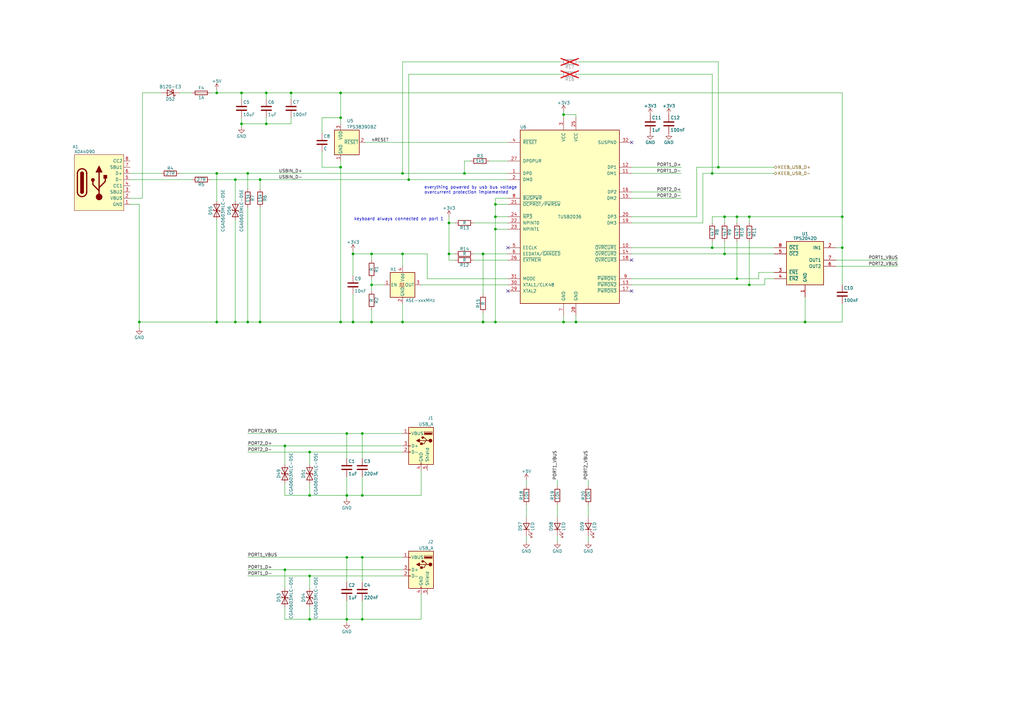
<source format=kicad_sch>
(kicad_sch (version 20231120) (generator "eeschema") (generator_version "8.0")
  (paper "A3")
  (lib_symbols
    (symbol "Connector:USB_A" (pin_names (offset 1.016))
      (property "Reference" "J" (at -5.08 11.43 0))
      (property "Value" "USB_A" (at -5.08 8.89 0))
      (symbol "USB_A_0_1"
        (rectangle (start -5.08 -7.62) (end 5.08 7.62) (stroke (width 0.254)) (fill (type background)))
        (circle (center -3.81 2.159) (radius 0.635) (stroke (width 0.254)) (fill (type outline)))
        (rectangle (start -1.524 4.826) (end -4.318 5.334) (fill (type outline)))
        (rectangle (start -1.27 4.572) (end -4.572 5.842))
        (circle (center -0.635 3.429) (radius 0.381) (stroke (width 0.254)) (fill (type outline)))
        (rectangle (start -0.127 -7.62) (end 0.127 -6.858))
        (polyline (pts (xy -3.175 2.159) (xy -2.54 2.159) (xy -1.27 3.429) (xy -0.635 3.429)) (stroke (width 0.254)))
        (polyline (pts (xy -2.54 2.159) (xy -1.905 2.159) (xy -1.27 0.889) (xy 0 0.889)) (stroke (width 0.254)))
        (polyline (pts (xy 0.635 2.794) (xy 0.635 1.524) (xy 1.905 2.159) (xy 0.635 2.794)) (stroke (width 0.254)) (fill (type outline)))
        (rectangle (start 0.254 1.27) (end -0.508 0.508) (stroke (width 0.254)) (fill (type outline)))
        (rectangle (start 5.08 -2.667) (end 4.318 -2.413))
        (rectangle (start 5.08 -0.127) (end 4.318 0.127))
        (rectangle (start 5.08 4.953) (end 4.318 5.207))
      )
      (symbol "USB_A_1_1"
        (polyline (pts (xy -1.905 2.159) (xy 0.635 2.159)) (stroke (width 0.254)))
        (pin power_in line (at 7.62 5.08 180) (length 2.54) (name "VBUS") (number "1"))
        (pin bidirectional line (at 7.62 -2.54 180) (length 2.54) (name "D-") (number "2"))
        (pin bidirectional line (at 7.62 0 180) (length 2.54) (name "D+") (number "3"))
        (pin power_in line (at 0 -10.16 90) (length 2.54) (name "GND") (number "4"))
        (pin passive line (at -2.54 -10.16 90) (length 2.54) (name "Shield") (number "5"))
      )
    )
    (symbol "Device:C" (pin_numbers hide) (pin_names (offset 0.254))
      (property "Reference" "C" (at 0.635 2.54 0))
      (property "Value" "C" (at 0.635 -2.54 0))
      (symbol "C_0_1"
        (polyline (pts (xy -2.032 -0.762) (xy 2.032 -0.762)) (stroke (width 0.508)))
        (polyline (pts (xy -2.032 0.762) (xy 2.032 0.762)) (stroke (width 0.508)))
      )
      (symbol "C_1_1"
        (pin passive line (at 0 3.81 270) (length 2.794) (name "~") (number "1"))
        (pin passive line (at 0 -3.81 90) (length 2.794) (name "~") (number "2"))
      )
    )
    (symbol "Device:D_TVS" (pin_numbers hide) (pin_names (offset 1.016) hide)
      (property "Reference" "D" (at 0 2.54 0))
      (property "Value" "D_TVS" (at 0 -2.54 0))
      (symbol "D_TVS_0_1"
        (polyline (pts (xy 1.27 0) (xy -1.27 0)))
        (polyline (pts (xy 0.508 1.27) (xy 0 1.27) (xy 0 -1.27) (xy -0.508 -1.27)) (stroke (width 0.254)))
        (polyline (pts (xy -2.54 1.27) (xy -2.54 -1.27) (xy 2.54 1.27) (xy 2.54 -1.27) (xy -2.54 1.27)) (stroke (width 0.254)))
      )
      (symbol "D_TVS_1_1"
        (pin passive line (at -3.81 0 0) (length 2.54) (name "A1") (number "1"))
        (pin passive line (at 3.81 0 180) (length 2.54) (name "A2") (number "2"))
      )
    )
    (symbol "Device:Fuse" (pin_numbers hide) (pin_names (offset 0))
      (property "Reference" "F" (at 2.032 0 90))
      (property "Value" "Fuse" (at -1.905 0 90))
      (symbol "Fuse_0_1"
        (rectangle (start -0.762 -2.54) (end 0.762 2.54) (stroke (width 0.254)))
        (polyline (pts (xy 0 2.54) (xy 0 -2.54)))
      )
      (symbol "Fuse_1_1"
        (pin passive line (at 0 3.81 270) (length 1.27) (name "~") (number "1"))
        (pin passive line (at 0 -3.81 90) (length 1.27) (name "~") (number "2"))
      )
    )
    (symbol "Device:LED" (pin_numbers hide) (pin_names (offset 1.016) hide)
      (property "Reference" "D" (at 0 2.54 0))
      (property "Value" "LED" (at 0 -2.54 0))
      (symbol "LED_0_1"
        (polyline (pts (xy -1.27 -1.27) (xy -1.27 1.27)) (stroke (width 0.254)))
        (polyline (pts (xy -1.27 0) (xy 1.27 0)))
        (polyline (pts (xy 1.27 -1.27) (xy 1.27 1.27) (xy -1.27 0) (xy 1.27 -1.27)) (stroke (width 0.254)))
        (polyline (pts (xy -3.048 -0.762) (xy -4.572 -2.286) (xy -3.81 -2.286) (xy -4.572 -2.286) (xy -4.572 -1.524)))
        (polyline (pts (xy -1.778 -0.762) (xy -3.302 -2.286) (xy -2.54 -2.286) (xy -3.302 -2.286) (xy -3.302 -1.524)))
      )
      (symbol "LED_1_1"
        (pin passive line (at -3.81 0 0) (length 2.54) (name "K") (number "1"))
        (pin passive line (at 3.81 0 180) (length 2.54) (name "A") (number "2"))
      )
    )
    (symbol "Device:R" (pin_numbers hide) (pin_names (offset 0))
      (property "Reference" "R" (at 2.032 0 90))
      (property "Value" "R" (at 0 0 90))
      (symbol "R_0_1"
        (rectangle (start -1.016 -2.54) (end 1.016 2.54) (stroke (width 0.254)))
      )
      (symbol "R_1_1"
        (pin passive line (at 0 3.81 270) (length 1.27) (name "~") (number "1"))
        (pin passive line (at 0 -3.81 90) (length 1.27) (name "~") (number "2"))
      )
    )
    (symbol "Diode:B120-E3" (pin_numbers hide) (pin_names hide)
      (property "Reference" "D" (at 0 2.54 0))
      (property "Value" "B120-E3" (at 0 -2.54 0))
      (symbol "B120-E3_0_1"
        (polyline (pts (xy 1.27 0) (xy -1.27 0)))
        (polyline (pts (xy 1.27 1.27) (xy 1.27 -1.27) (xy -1.27 0) (xy 1.27 1.27)) (stroke (width 0.254)))
        (polyline (pts (xy -1.905 0.635) (xy -1.905 1.27) (xy -1.27 1.27) (xy -1.27 -1.27) (xy -0.635 -1.27) (xy -0.635 -0.635)) (stroke (width 0.254)))
      )
      (symbol "B120-E3_1_1"
        (pin passive line (at -3.81 0 0) (length 2.54) (name "K") (number "1"))
        (pin passive line (at 3.81 0 180) (length 2.54) (name "A") (number "2"))
      )
    )
    (symbol "Interface_USB:TUSB2036" (pin_names (offset 1.016))
      (property "Reference" "U" (at -19.05 36.83 0))
      (property "Value" "TUSB2036" (at 0 0 0))
      (symbol "TUSB2036_0_1"
        (rectangle (start -20.32 35.56) (end 20.32 -35.56) (stroke (width 0.254)) (fill (type background)))
      )
      (symbol "TUSB2036_1_1"
        (pin bidirectional line (at -25.4 17.78 0) (length 5.08) (name "DP0") (number "1"))
        (pin input line (at 25.4 -12.7 180) (length 5.08) (name "~{OVRCUR1}") (number "10"))
        (pin bidirectional line (at 25.4 17.78 180) (length 5.08) (name "DM1") (number "11"))
        (pin bidirectional line (at 25.4 20.32 180) (length 5.08) (name "DP1") (number "12"))
        (pin output line (at 25.4 -27.94 180) (length 5.08) (name "~{PWRON2}") (number "13"))
        (pin input line (at 25.4 -15.24 180) (length 5.08) (name "~{OVRCUR2}") (number "14"))
        (pin bidirectional line (at 25.4 7.62 180) (length 5.08) (name "DM2") (number "15"))
        (pin bidirectional line (at 25.4 10.16 180) (length 5.08) (name "DP2") (number "16"))
        (pin output line (at 25.4 -30.48 180) (length 5.08) (name "~{PWRON3}") (number "17"))
        (pin input line (at 25.4 -17.78 180) (length 5.08) (name "~{OVRCUR3}") (number "18"))
        (pin bidirectional line (at 25.4 -2.54 180) (length 5.08) (name "DM3") (number "19"))
        (pin bidirectional line (at -25.4 15.24 0) (length 5.08) (name "DM0") (number "2"))
        (pin bidirectional line (at 25.4 0 180) (length 5.08) (name "DP3") (number "20"))
        (pin input line (at -25.4 5.08 0) (length 5.08) (name "~{OCPROT}/~{PWRSW}") (number "21"))
        (pin input line (at -25.4 -2.54 0) (length 5.08) (name "NPINT0") (number "22"))
        (pin input line (at -25.4 -5.08 0) (length 5.08) (name "NPINT1") (number "23"))
        (pin input line (at -25.4 0 0) (length 5.08) (name "~{NP3}") (number "24"))
        (pin power_in line (at 2.54 40.64 270) (length 5.08) (name "VCC") (number "25"))
        (pin input line (at -25.4 -17.78 0) (length 5.08) (name "~{EXTMEM}") (number "26"))
        (pin output line (at -25.4 22.86 0) (length 5.08) (name "DP0PUR") (number "27"))
        (pin power_in line (at 2.54 -40.64 90) (length 5.08) (name "GND") (number "28"))
        (pin output line (at -25.4 -30.48 0) (length 5.08) (name "XTAL2") (number "29"))
        (pin power_in line (at -2.54 40.64 270) (length 5.08) (name "VCC") (number "3"))
        (pin input line (at -25.4 -27.94 0) (length 5.08) (name "XTAL1/CLK48") (number "30"))
        (pin input line (at -25.4 -25.4 0) (length 5.08) (name "MODE") (number "31"))
        (pin output line (at 25.4 30.48 180) (length 5.08) (name "SUSPND") (number "32"))
        (pin input line (at -25.4 30.48 0) (length 5.08) (name "~{RESET}") (number "4"))
        (pin tri_state line (at -25.4 -12.7 0) (length 5.08) (name "EECLK") (number "5"))
        (pin bidirectional line (at -25.4 -15.24 0) (length 5.08) (name "EEDATA/~{GANGED}") (number "6"))
        (pin power_in line (at -2.54 -40.64 90) (length 5.08) (name "GND") (number "7"))
        (pin input line (at -25.4 7.62 0) (length 5.08) (name "~{BUSPWR}") (number "8"))
        (pin output line (at 25.4 -25.4 180) (length 5.08) (name "~{PWRON1}") (number "9"))
      )
    )
    (symbol "Oscillator:ASE-xxxMHz" (pin_names (offset 0.254))
      (property "Reference" "X" (at -5.08 6.35 0))
      (property "Value" "ASE-xxxMHz" (at 1.27 -6.35 0))
      (symbol "ASE-xxxMHz_0_1"
        (rectangle (start -5.08 5.08) (end 5.08 -5.08) (stroke (width 0.254)) (fill (type background)))
        (polyline (pts (xy -1.27 -0.762) (xy -1.016 -0.762) (xy -1.016 0.762) (xy -0.508 0.762) (xy -0.508 -0.762) (xy 0 -0.762) (xy 0 0.762) (xy 0.508 0.762) (xy 0.508 -0.762) (xy 0.762 -0.762)))
      )
      (symbol "ASE-xxxMHz_1_1"
        (pin input line (at -7.62 0 0) (length 2.54) (name "EN") (number "1"))
        (pin power_in line (at 0 -7.62 90) (length 2.54) (name "GND") (number "2"))
        (pin output line (at 7.62 0 180) (length 2.54) (name "OUT") (number "3"))
        (pin power_in line (at 0 7.62 270) (length 2.54) (name "Vdd") (number "4"))
      )
    )
    (symbol "Power_Management:TPS2042D" (pin_names (offset 1.016))
      (property "Reference" "U" (at 0 10.795 0))
      (property "Value" "TPS2042D" (at 0 8.89 0))
      (symbol "TPS2042D_0_1"
        (rectangle (start -7.62 7.62) (end 7.62 -10.16) (stroke (width 0.254)) (fill (type background)))
      )
      (symbol "TPS2042D_1_1"
        (pin power_in line (at 0 -15.24 90) (length 5.08) (name "GND") (number "1"))
        (pin power_in line (at 12.7 5.08 180) (length 5.08) (name "IN1") (number "2"))
        (pin input line (at -12.7 -5.08 0) (length 5.08) (name "~{EN1}") (number "3"))
        (pin input line (at -12.7 -7.62 0) (length 5.08) (name "~{EN2}") (number "4"))
        (pin open_collector line (at -12.7 2.54 0) (length 5.08) (name "~{OC2}") (number "5"))
        (pin power_out line (at 12.7 -2.54 180) (length 5.08) (name "OUT2") (number "6"))
        (pin power_out line (at 12.7 0 180) (length 5.08) (name "OUT1") (number "7"))
        (pin open_collector line (at -12.7 5.08 0) (length 5.08) (name "~{OC1}") (number "8"))
      )
    )
    (symbol "Power_Supervisor:TPS3839DBZ" (pin_names (offset 0.254))
      (property "Reference" "U" (at 2.54 8.89 0))
      (property "Value" "TPS3839DBZ" (at 2.54 6.35 0))
      (symbol "TPS3839DBZ_0_1"
        (rectangle (start -2.54 5.08) (end 7.62 -5.08) (stroke (width 0.254)) (fill (type background)))
      )
      (symbol "TPS3839DBZ_1_1"
        (pin power_in line (at 0 -7.62 90) (length 2.54) (name "GND") (number "1"))
        (pin output line (at 10.16 0 180) (length 2.54) (name "~{RESET}") (number "2"))
        (pin power_in line (at 0 7.62 270) (length 2.54) (name "VDD") (number "3"))
      )
    )
    (symbol "mk_keeb:USB_C_Breakout"
      (property "Reference" "A" (at -19.812 5.842 0))
      (property "Value" "ADA4090" (at -20.32 3.81 0))
      (symbol "USB_C_Breakout_0_1"
        (arc (start -19.05 -12.7) (mid -17.145 -14.5966) (end -15.24 -12.7) (stroke (width 0.508)))
        (arc (start -17.78 -12.7) (mid -17.145 -13.3322) (end -16.51 -12.7) (stroke (width 0.254)))
        (arc (start -17.78 -12.7) (mid -17.145 -13.3322) (end -16.51 -12.7) (stroke (width 0.254)) (fill (type outline)))
        (rectangle (start -17.78 -12.7) (end -16.51 -5.08) (stroke (width 0.254)) (fill (type outline)))
        (arc (start -16.51 -5.08) (mid -17.145 -4.4478) (end -17.78 -5.08) (stroke (width 0.254)))
        (arc (start -16.51 -5.08) (mid -17.145 -4.4478) (end -17.78 -5.08) (stroke (width 0.254)) (fill (type outline)))
        (arc (start -15.24 -5.08) (mid -17.145 -3.1834) (end -19.05 -5.08) (stroke (width 0.508)))
        (circle (center -12.7 -7.747) (radius 0.635) (stroke (width 0.254)) (fill (type outline)))
        (circle (center -10.16 -14.732) (radius 1.27) (fill (type outline)))
        (rectangle (start -8.255 -7.112) (end -6.985 -5.842) (stroke (width 0.254)) (fill (type outline)))
        (polyline (pts (xy -19.05 -12.7) (xy -19.05 -5.08)) (stroke (width 0.508)))
        (polyline (pts (xy -15.24 -5.08) (xy -15.24 -12.7)) (stroke (width 0.508)))
        (polyline (pts (xy -10.16 -14.732) (xy -10.16 -4.572)) (stroke (width 0.508)))
        (polyline (pts (xy -10.16 -12.192) (xy -12.7 -9.652) (xy -12.7 -8.382)) (stroke (width 0.508)))
        (polyline (pts (xy -10.16 -10.922) (xy -7.62 -8.382) (xy -7.62 -7.112)) (stroke (width 0.508)))
        (polyline (pts (xy -11.43 -4.572) (xy -10.16 -2.032) (xy -8.89 -4.572) (xy -11.43 -4.572)) (stroke (width 0.254)) (fill (type outline)))
      )
      (symbol "USB_C_Breakout_1_1"
        (rectangle (start -20.32 2.54) (end 0 -20.32) (fill (type background)))
        (pin passive line (at 2.54 -17.78 180) (length 2.54) (name "GND") (number "1"))
        (pin passive line (at 2.54 -15.24 180) (length 2.54) (name "VBUS") (number "2"))
        (pin passive line (at 2.54 -12.7 180) (length 2.54) (name "SBU2") (number "3"))
        (pin passive line (at 2.54 -10.16 180) (length 2.54) (name "CC1") (number "4"))
        (pin passive line (at 2.54 -7.62 180) (length 2.54) (name "D-") (number "5"))
        (pin passive line (at 2.54 -5.08 180) (length 2.54) (name "D+") (number "6"))
        (pin passive line (at 2.54 -2.54 180) (length 2.54) (name "SBU1") (number "7"))
        (pin passive line (at 2.54 0 180) (length 2.54) (name "CC2") (number "8"))
      )
    )
    (symbol "power:+3V3" (power) (pin_names (offset 0))
      (property "Value" "+3V3" (at 0 3.556 0))
      (symbol "+3V3_0_1"
        (polyline (pts (xy -0.762 1.27) (xy 0 2.54)))
        (polyline (pts (xy 0 0) (xy 0 2.54)))
        (polyline (pts (xy 0 2.54) (xy 0.762 1.27)))
      )
      (symbol "+3V3_1_1"
        (pin power_in line (at 0 0 90) (length 0) hide (name "+3V3") (number "1"))
      )
    )
    (symbol "power:+5V" (power) (pin_names (offset 0))
      (property "Value" "+5V" (at 0 3.556 0))
      (symbol "+5V_0_1"
        (polyline (pts (xy -0.762 1.27) (xy 0 2.54)))
        (polyline (pts (xy 0 0) (xy 0 2.54)))
        (polyline (pts (xy 0 2.54) (xy 0.762 1.27)))
      )
      (symbol "+5V_1_1"
        (pin power_in line (at 0 0 90) (length 0) hide (name "+5V") (number "1"))
      )
    )
    (symbol "power:GND" (power) (pin_names (offset 0))
      (property "Value" "GND" (at 0 -3.81 0))
      (symbol "GND_0_1"
        (polyline (pts (xy 0 0) (xy 0 -1.27) (xy 1.27 -1.27) (xy 0 -2.54) (xy -1.27 -1.27) (xy 0 -1.27)))
      )
      (symbol "GND_1_1"
        (pin power_in line (at 0 0 270) (length 0) hide (name "GND") (number "1"))
      )
    )
  )
  (junction (at 165.1 71.12))
  (junction (at 142.24 203.2))
  (junction (at 127 236.22))
  (junction (at 198.12 132.08))
  (junction (at 144.78 132.08))
  (junction (at 88.9 132.08))
  (junction (at 119.38 38.1))
  (junction (at 109.22 50.8))
  (junction (at 297.18 88.9))
  (junction (at 198.12 104.14))
  (junction (at 152.4 104.14))
  (junction (at 231.14 132.08))
  (junction (at 142.24 228.6))
  (junction (at 203.2 93.98))
  (junction (at 307.34 116.84))
  (junction (at 184.15 104.14))
  (junction (at 203.2 88.9))
  (junction (at 231.14 46.99))
  (junction (at 302.26 114.3))
  (junction (at 127 185.42))
  (junction (at 101.6 132.08))
  (junction (at 88.9 71.12))
  (junction (at 345.44 88.9))
  (junction (at 148.59 228.6))
  (junction (at 307.34 88.9))
  (junction (at 152.4 132.08))
  (junction (at 167.64 73.66))
  (junction (at 106.68 132.08))
  (junction (at 106.68 73.66))
  (junction (at 294.64 68.58))
  (junction (at 142.24 177.8))
  (junction (at 139.7 38.1))
  (junction (at 144.78 104.14))
  (junction (at 190.5 71.12))
  (junction (at 101.6 71.12))
  (junction (at 345.44 101.6))
  (junction (at 127 203.2))
  (junction (at 148.59 203.2))
  (junction (at 184.15 91.44))
  (junction (at 302.26 88.9))
  (junction (at 165.1 104.14))
  (junction (at 292.1 101.6))
  (junction (at 88.9 38.1))
  (junction (at 330.2 132.08))
  (junction (at 139.7 132.08))
  (junction (at 99.06 50.8))
  (junction (at 292.1 71.12))
  (junction (at 127 254))
  (junction (at 57.15 132.08))
  (junction (at 116.84 233.68))
  (junction (at 96.52 73.66))
  (junction (at 139.7 68.58))
  (junction (at 203.2 83.82))
  (junction (at 116.84 182.88))
  (junction (at 152.4 116.84))
  (junction (at 236.22 132.08))
  (junction (at 148.59 254))
  (junction (at 165.1 132.08))
  (junction (at 96.52 132.08))
  (junction (at 99.06 38.1))
  (junction (at 142.24 254))
  (junction (at 148.59 177.8))
  (junction (at 203.2 132.08))
  (junction (at 109.22 38.1))
  (junction (at 297.18 104.14))
  (junction (at 139.7 48.26))
  (no_connect (at 259.08 119.38))
  (no_connect (at 208.28 101.6))
  (no_connect (at 208.28 119.38))
  (no_connect (at 259.08 106.68))
  (no_connect (at 259.08 58.42))
  (wire (pts (xy 288.29 91.44) (xy 288.29 71.12)))
  (wire (pts (xy 144.78 113.03) (xy 144.78 104.14)))
  (wire (pts (xy 96.52 73.66) (xy 106.68 73.66)))
  (wire (pts (xy 184.15 106.68) (xy 184.15 104.14)))
  (wire (pts (xy 175.26 114.3) (xy 175.26 104.14)))
  (wire (pts (xy 172.72 254) (xy 172.72 243.84)))
  (wire (pts (xy 198.12 104.14) (xy 198.12 120.65)))
  (wire (pts (xy 237.49 30.48) (xy 292.1 30.48)))
  (wire (pts (xy 292.1 88.9) (xy 297.18 88.9)))
  (wire (pts (xy 101.6 236.22) (xy 127 236.22)))
  (wire (pts (xy 144.78 120.65) (xy 144.78 132.08)))
  (wire (pts (xy 142.24 228.6) (xy 148.59 228.6)))
  (wire (pts (xy 144.78 132.08) (xy 152.4 132.08)))
  (wire (pts (xy 88.9 90.17) (xy 88.9 132.08)))
  (wire (pts (xy 101.6 185.42) (xy 127 185.42)))
  (wire (pts (xy 139.7 68.58) (xy 139.7 132.08)))
  (wire (pts (xy 132.08 62.23) (xy 132.08 68.58)))
  (wire (pts (xy 73.66 71.12) (xy 88.9 71.12)))
  (wire (pts (xy 119.38 48.26) (xy 119.38 50.8)))
  (wire (pts (xy 231.14 45.72) (xy 231.14 46.99)))
  (wire (pts (xy 142.24 177.8) (xy 142.24 187.96)))
  (wire (pts (xy 198.12 132.08) (xy 203.2 132.08)))
  (wire (pts (xy 96.52 90.17) (xy 96.52 132.08)))
  (wire (pts (xy 109.22 48.26) (xy 109.22 50.8)))
  (wire (pts (xy 127 236.22) (xy 127 241.3)))
  (wire (pts (xy 297.18 99.06) (xy 297.18 104.14)))
  (wire (pts (xy 292.1 30.48) (xy 292.1 71.12)))
  (wire (pts (xy 236.22 132.08) (xy 231.14 132.08)))
  (wire (pts (xy 302.26 99.06) (xy 302.26 114.3)))
  (wire (pts (xy 132.08 54.61) (xy 132.08 48.26)))
  (wire (pts (xy 228.6 222.25) (xy 228.6 219.71)))
  (wire (pts (xy 184.15 104.14) (xy 184.15 91.44)))
  (wire (pts (xy 88.9 132.08) (xy 96.52 132.08)))
  (wire (pts (xy 228.6 207.01) (xy 228.6 212.09)))
  (wire (pts (xy 142.24 177.8) (xy 148.59 177.8)))
  (wire (pts (xy 99.06 38.1) (xy 99.06 40.64)))
  (wire (pts (xy 345.44 132.08) (xy 330.2 132.08)))
  (wire (pts (xy 167.64 73.66) (xy 208.28 73.66)))
  (wire (pts (xy 228.6 196.85) (xy 228.6 199.39)))
  (wire (pts (xy 208.28 81.28) (xy 203.2 81.28)))
  (wire (pts (xy 241.3 196.85) (xy 241.3 199.39)))
  (wire (pts (xy 165.1 71.12) (xy 165.1 25.4)))
  (wire (pts (xy 142.24 228.6) (xy 142.24 238.76)))
  (wire (pts (xy 203.2 83.82) (xy 203.2 88.9)))
  (wire (pts (xy 152.4 132.08) (xy 165.1 132.08)))
  (wire (pts (xy 190.5 71.12) (xy 208.28 71.12)))
  (wire (pts (xy 184.15 88.9) (xy 184.15 91.44)))
  (wire (pts (xy 99.06 50.8) (xy 99.06 52.07)))
  (wire (pts (xy 53.34 71.12) (xy 66.04 71.12)))
  (wire (pts (xy 294.64 68.58) (xy 317.5 68.58)))
  (wire (pts (xy 109.22 38.1) (xy 119.38 38.1)))
  (wire (pts (xy 58.42 38.1) (xy 58.42 81.28)))
  (wire (pts (xy 259.08 114.3) (xy 302.26 114.3)))
  (wire (pts (xy 172.72 116.84) (xy 208.28 116.84)))
  (wire (pts (xy 208.28 88.9) (xy 203.2 88.9)))
  (wire (pts (xy 190.5 66.04) (xy 190.5 71.12)))
  (wire (pts (xy 241.3 207.01) (xy 241.3 212.09)))
  (wire (pts (xy 119.38 50.8) (xy 109.22 50.8)))
  (wire (pts (xy 58.42 81.28) (xy 53.34 81.28)))
  (wire (pts (xy 311.15 114.3) (xy 311.15 111.76)))
  (wire (pts (xy 142.24 203.2) (xy 142.24 204.47)))
  (wire (pts (xy 142.24 254) (xy 148.59 254)))
  (wire (pts (xy 208.28 114.3) (xy 175.26 114.3)))
  (wire (pts (xy 152.4 104.14) (xy 165.1 104.14)))
  (wire (pts (xy 148.59 177.8) (xy 165.1 177.8)))
  (wire (pts (xy 116.84 254) (xy 127 254)))
  (wire (pts (xy 116.84 198.12) (xy 116.84 203.2)))
  (wire (pts (xy 294.64 25.4) (xy 294.64 68.58)))
  (wire (pts (xy 307.34 88.9) (xy 307.34 91.44)))
  (wire (pts (xy 116.84 248.92) (xy 116.84 254)))
  (wire (pts (xy 139.7 38.1) (xy 139.7 48.26)))
  (wire (pts (xy 345.44 88.9) (xy 345.44 38.1)))
  (wire (pts (xy 99.06 48.26) (xy 99.06 50.8)))
  (wire (pts (xy 215.9 207.01) (xy 215.9 212.09)))
  (wire (pts (xy 236.22 129.54) (xy 236.22 132.08)))
  (wire (pts (xy 203.2 88.9) (xy 203.2 93.98)))
  (wire (pts (xy 330.2 121.92) (xy 330.2 132.08)))
  (wire (pts (xy 302.26 114.3) (xy 311.15 114.3)))
  (wire (pts (xy 99.06 38.1) (xy 109.22 38.1)))
  (wire (pts (xy 57.15 132.08) (xy 57.15 134.62)))
  (wire (pts (xy 148.59 195.58) (xy 148.59 203.2)))
  (wire (pts (xy 317.5 114.3) (xy 313.69 114.3)))
  (wire (pts (xy 73.66 38.1) (xy 78.74 38.1)))
  (wire (pts (xy 148.59 203.2) (xy 172.72 203.2)))
  (wire (pts (xy 152.4 114.3) (xy 152.4 116.84)))
  (wire (pts (xy 203.2 93.98) (xy 208.28 93.98)))
  (wire (pts (xy 165.1 132.08) (xy 198.12 132.08)))
  (wire (pts (xy 342.9 106.68) (xy 368.3 106.68)))
  (wire (pts (xy 139.7 66.04) (xy 139.7 68.58)))
  (wire (pts (xy 194.31 104.14) (xy 198.12 104.14)))
  (wire (pts (xy 297.18 88.9) (xy 302.26 88.9)))
  (wire (pts (xy 57.15 83.82) (xy 57.15 132.08)))
  (wire (pts (xy 106.68 132.08) (xy 139.7 132.08)))
  (wire (pts (xy 198.12 128.27) (xy 198.12 132.08)))
  (wire (pts (xy 330.2 132.08) (xy 236.22 132.08)))
  (wire (pts (xy 200.66 66.04) (xy 208.28 66.04)))
  (wire (pts (xy 184.15 104.14) (xy 186.69 104.14)))
  (wire (pts (xy 88.9 71.12) (xy 88.9 82.55)))
  (wire (pts (xy 101.6 233.68) (xy 116.84 233.68)))
  (wire (pts (xy 313.69 114.3) (xy 313.69 116.84)))
  (wire (pts (xy 198.12 104.14) (xy 208.28 104.14)))
  (wire (pts (xy 345.44 101.6) (xy 342.9 101.6)))
  (wire (pts (xy 144.78 104.14) (xy 152.4 104.14)))
  (wire (pts (xy 203.2 93.98) (xy 203.2 132.08)))
  (wire (pts (xy 142.24 195.58) (xy 142.24 203.2)))
  (wire (pts (xy 127 185.42) (xy 165.1 185.42)))
  (wire (pts (xy 58.42 38.1) (xy 66.04 38.1)))
  (wire (pts (xy 165.1 124.46) (xy 165.1 132.08)))
  (wire (pts (xy 229.87 30.48) (xy 167.64 30.48)))
  (wire (pts (xy 127 203.2) (xy 142.24 203.2)))
  (wire (pts (xy 127 185.42) (xy 127 190.5)))
  (wire (pts (xy 127 248.92) (xy 127 254)))
  (wire (pts (xy 288.29 71.12) (xy 292.1 71.12)))
  (wire (pts (xy 259.08 78.74) (xy 279.4 78.74)))
  (wire (pts (xy 292.1 99.06) (xy 292.1 101.6)))
  (wire (pts (xy 292.1 91.44) (xy 292.1 88.9)))
  (wire (pts (xy 236.22 46.99) (xy 236.22 48.26)))
  (wire (pts (xy 139.7 38.1) (xy 345.44 38.1)))
  (wire (pts (xy 106.68 85.09) (xy 106.68 132.08)))
  (wire (pts (xy 345.44 124.46) (xy 345.44 132.08)))
  (wire (pts (xy 231.14 46.99) (xy 236.22 46.99)))
  (wire (pts (xy 259.08 81.28) (xy 279.4 81.28)))
  (wire (pts (xy 259.08 88.9) (xy 285.75 88.9)))
  (wire (pts (xy 116.84 203.2) (xy 127 203.2)))
  (wire (pts (xy 215.9 196.85) (xy 215.9 199.39)))
  (wire (pts (xy 165.1 25.4) (xy 229.87 25.4)))
  (wire (pts (xy 127 236.22) (xy 165.1 236.22)))
  (wire (pts (xy 116.84 241.3) (xy 116.84 233.68)))
  (wire (pts (xy 152.4 116.84) (xy 157.48 116.84)))
  (wire (pts (xy 142.24 254) (xy 142.24 255.27)))
  (wire (pts (xy 194.31 91.44) (xy 208.28 91.44)))
  (wire (pts (xy 132.08 48.26) (xy 139.7 48.26)))
  (wire (pts (xy 88.9 71.12) (xy 101.6 71.12)))
  (wire (pts (xy 167.64 30.48) (xy 167.64 73.66)))
  (wire (pts (xy 259.08 101.6) (xy 292.1 101.6)))
  (wire (pts (xy 184.15 91.44) (xy 186.69 91.44)))
  (wire (pts (xy 152.4 127) (xy 152.4 132.08)))
  (wire (pts (xy 106.68 73.66) (xy 106.68 77.47)))
  (wire (pts (xy 259.08 71.12) (xy 279.4 71.12)))
  (wire (pts (xy 132.08 68.58) (xy 139.7 68.58)))
  (wire (pts (xy 152.4 116.84) (xy 152.4 119.38)))
  (wire (pts (xy 285.75 68.58) (xy 294.64 68.58)))
  (wire (pts (xy 345.44 101.6) (xy 345.44 116.84)))
  (wire (pts (xy 237.49 25.4) (xy 294.64 25.4)))
  (wire (pts (xy 88.9 38.1) (xy 99.06 38.1)))
  (wire (pts (xy 101.6 182.88) (xy 116.84 182.88)))
  (wire (pts (xy 148.59 254) (xy 172.72 254)))
  (wire (pts (xy 116.84 233.68) (xy 165.1 233.68)))
  (wire (pts (xy 148.59 177.8) (xy 148.59 187.96)))
  (wire (pts (xy 186.69 106.68) (xy 184.15 106.68)))
  (wire (pts (xy 142.24 246.38) (xy 142.24 254)))
  (wire (pts (xy 86.36 38.1) (xy 88.9 38.1)))
  (wire (pts (xy 148.59 228.6) (xy 148.59 238.76)))
  (wire (pts (xy 292.1 71.12) (xy 317.5 71.12)))
  (wire (pts (xy 307.34 88.9) (xy 345.44 88.9)))
  (wire (pts (xy 139.7 48.26) (xy 139.7 50.8)))
  (wire (pts (xy 172.72 203.2) (xy 172.72 193.04)))
  (wire (pts (xy 215.9 222.25) (xy 215.9 219.71)))
  (wire (pts (xy 101.6 228.6) (xy 142.24 228.6)))
  (wire (pts (xy 292.1 101.6) (xy 317.5 101.6)))
  (wire (pts (xy 297.18 88.9) (xy 297.18 91.44)))
  (wire (pts (xy 101.6 85.09) (xy 101.6 132.08)))
  (wire (pts (xy 127 198.12) (xy 127 203.2)))
  (wire (pts (xy 53.34 83.82) (xy 57.15 83.82)))
  (wire (pts (xy 101.6 71.12) (xy 101.6 77.47)))
  (wire (pts (xy 231.14 132.08) (xy 231.14 129.54)))
  (wire (pts (xy 88.9 36.83) (xy 88.9 38.1)))
  (wire (pts (xy 302.26 88.9) (xy 302.26 91.44)))
  (wire (pts (xy 302.26 88.9) (xy 307.34 88.9)))
  (wire (pts (xy 311.15 111.76) (xy 317.5 111.76)))
  (wire (pts (xy 307.34 99.06) (xy 307.34 116.84)))
  (wire (pts (xy 101.6 177.8) (xy 142.24 177.8)))
  (wire (pts (xy 175.26 104.14) (xy 165.1 104.14)))
  (wire (pts (xy 241.3 222.25) (xy 241.3 219.71)))
  (wire (pts (xy 259.08 68.58) (xy 279.4 68.58)))
  (wire (pts (xy 203.2 132.08) (xy 231.14 132.08)))
  (wire (pts (xy 148.59 228.6) (xy 165.1 228.6)))
  (wire (pts (xy 193.04 66.04) (xy 190.5 66.04)))
  (wire (pts (xy 231.14 46.99) (xy 231.14 48.26)))
  (wire (pts (xy 259.08 116.84) (xy 307.34 116.84)))
  (wire (pts (xy 116.84 190.5) (xy 116.84 182.88)))
  (wire (pts (xy 57.15 132.08) (xy 88.9 132.08)))
  (wire (pts (xy 203.2 83.82) (xy 208.28 83.82)))
  (wire (pts (xy 96.52 132.08) (xy 101.6 132.08)))
  (wire (pts (xy 86.36 73.66) (xy 96.52 73.66)))
  (wire (pts (xy 144.78 102.87) (xy 144.78 104.14)))
  (wire (pts (xy 342.9 109.22) (xy 368.3 109.22)))
  (wire (pts (xy 96.52 82.55) (xy 96.52 73.66)))
  (wire (pts (xy 152.4 106.68) (xy 152.4 104.14)))
  (wire (pts (xy 149.86 58.42) (xy 208.28 58.42)))
  (wire (pts (xy 285.75 88.9) (xy 285.75 68.58)))
  (wire (pts (xy 345.44 88.9) (xy 345.44 101.6)))
  (wire (pts (xy 127 254) (xy 142.24 254)))
  (wire (pts (xy 165.1 71.12) (xy 190.5 71.12)))
  (wire (pts (xy 259.08 91.44) (xy 288.29 91.44)))
  (wire (pts (xy 203.2 81.28) (xy 203.2 83.82)))
  (wire (pts (xy 142.24 203.2) (xy 148.59 203.2)))
  (wire (pts (xy 297.18 104.14) (xy 317.5 104.14)))
  (wire (pts (xy 165.1 104.14) (xy 165.1 109.22)))
  (wire (pts (xy 259.08 104.14) (xy 297.18 104.14)))
  (wire (pts (xy 119.38 38.1) (xy 139.7 38.1)))
  (wire (pts (xy 101.6 132.08) (xy 106.68 132.08)))
  (wire (pts (xy 139.7 132.08) (xy 144.78 132.08)))
  (wire (pts (xy 208.28 106.68) (xy 194.31 106.68)))
  (wire (pts (xy 109.22 38.1) (xy 109.22 40.64)))
  (wire (pts (xy 148.59 246.38) (xy 148.59 254)))
  (wire (pts (xy 116.84 182.88) (xy 165.1 182.88)))
  (wire (pts (xy 119.38 38.1) (xy 119.38 40.64)))
  (wire (pts (xy 53.34 73.66) (xy 78.74 73.66)))
  (wire (pts (xy 106.68 73.66) (xy 167.64 73.66)))
  (wire (pts (xy 101.6 71.12) (xy 165.1 71.12)))
  (wire (pts (xy 307.34 116.84) (xy 313.69 116.84)))
  (wire (pts (xy 99.06 50.8) (xy 109.22 50.8)))
  (text "keyboard always connected on port 1" (at 163.576 89.916 0) (effects (font (size 1.27 1.27))))
  (text "everything powered by usb bus voltage\novercurrent protection implemented" (at 173.99 77.978 0) (effects (font (size 1.27 1.27)) (justify left)))
  (label "PORT1_VBUS" (at 368.3 106.68 180))
  (label "PORT2_VBUS" (at 241.3 196.85 90))
  (label "PORT1_D-" (at 279.4 71.12 180))
  (label "nRESET" (at 152.4 58.42 0))
  (label "PORT2_VBUS" (at 101.6 177.8 0))
  (label "PORT1_D-" (at 101.6 236.22 0))
  (label "PORT2_D-" (at 279.4 81.28 180))
  (label "USBIN_D-" (at 114.3 73.66 0))
  (label "PORT2_VBUS" (at 368.3 109.22 180))
  (label "PORT1_D+" (at 279.4 68.58 180))
  (label "PORT1_D+" (at 101.6 233.68 0))
  (label "PORT1_VBUS" (at 101.6 228.6 0))
  (label "PORT2_D+" (at 101.6 182.88 0))
  (label "PORT1_VBUS" (at 228.6 196.85 90))
  (label "PORT2_D-" (at 101.6 185.42 0))
  (label "USBIN_D+" (at 114.3 71.12 0))
  (label "PORT2_D+" (at 279.4 78.74 180))
  (hierarchical_label "KEEB_USB_D-" (shape bidirectional) (at 317.5 71.12 0))
  (hierarchical_label "KEEB_USB_D+" (shape bidirectional) (at 317.5 68.58 0))
  (symbol (lib_id "power:GND") (at 228.6 222.25 0) (unit 1)
    (property "Reference" "#PWR020" (effects (hide yes)))
    (property "Value" "GND" (at 228.6 226.06 0))
    (property "Description" "Power symbol creates a global label with name \"GND\" , ground" (effects (hide yes)))
  )
  (symbol (lib_id "Device:D_TVS") (at 116.84 245.11 90) (unit 1)
    (property "Reference" "D53" (at 114.3 245.11 0))
    (property "Value" "CGA0603MLC-05E" (at 119.38 245.11 0))
    (property "Footprint" "Diode_SMD:D_0603_1608Metric" (effects (hide yes)))
    (property "Description" "Bidirectional transient-voltage-suppression diode" (effects (hide yes)))
  )
  (symbol (lib_id "Device:R") (at 198.12 124.46 180) (unit 1)
    (property "Reference" "R15" (at 196.088 124.46 90))
    (property "Value" "R" (at 198.12 124.46 90))
    (property "Footprint" "Resistor_SMD:R_0603_1608Metric" (effects (hide yes)))
    (property "Description" "Resistor" (effects (hide yes)))
  )
  (symbol (lib_id "Power_Supervisor:TPS3839DBZ") (at 139.7 58.42 0) (unit 1)
    (property "Reference" "U5" (at 142.24 49.53 0) (effects (justify left)))
    (property "Value" "TPS3839DBZ" (at 142.24 52.07 0) (effects (justify left)))
    (property "Footprint" "Package_TO_SOT_SMD:SOT-23" (effects (hide yes)))
    (property "Datasheet" "http://www.ti.com/lit/ds/sbvs193d/sbvs193d.pdf" (effects (hide yes)))
    (property "Description" "150-nA, Ultralow Power, Supply Voltage Monitor, SOT-23" (effects (hide yes)))
  )
  (symbol (lib_id "power:+5V") (at 215.9 196.85 0) (unit 1)
    (property "Reference" "#PWR018" (effects (hide yes)))
    (property "Value" "+5V" (at 215.9 193.294 0))
    (property "Description" "Power symbol creates a global label with name \"+5V\"" (effects (hide yes)))
  )
  (symbol (lib_id "power:+3V3") (at 266.7 46.99 0) (unit 1)
    (property "Reference" "#PWR09" (effects (hide yes)))
    (property "Value" "+3V3" (at 266.7 43.434 0))
    (property "Description" "Power symbol creates a global label with name \"+3V3\"" (effects (hide yes)))
  )
  (symbol (lib_id "Diode:B120-E3") (at 69.85 38.1 180) (unit 1)
    (property "Reference" "D52" (at 69.85 40.64 0))
    (property "Value" "B120-E3" (at 69.85 35.56 0))
    (property "Footprint" "Diode_SMD:D_SMA" (effects (hide yes)))
    (property "Datasheet" "http://www.vishay.com/docs/88946/b120.pdf" (effects (hide yes)))
    (property "Description" "20V 1A Schottky Barrier Rectifier Diode, SMA(DO-214AC)" (effects (hide yes)))
  )
  (symbol (lib_id "power:GND") (at 274.32 54.61 0) (unit 1)
    (property "Reference" "#PWR014" (effects (hide yes)))
    (property "Value" "GND" (at 274.32 58.42 0))
    (property "Description" "Power symbol creates a global label with name \"GND\" , ground" (effects (hide yes)))
  )
  (symbol (lib_id "Device:C") (at 144.78 116.84 0) (unit 1)
    (property "Reference" "C9" (at 145.415 114.3 0) (effects (justify left)))
    (property "Value" "10nF" (at 145.415 119.38 0) (effects (justify left)))
    (property "Footprint" "Capacitor_SMD:C_0603_1608Metric" (effects (hide yes)))
    (property "Description" "Unpolarized capacitor" (effects (hide yes)))
  )
  (symbol (lib_id "Device:R") (at 82.55 73.66 270) (unit 1)
    (property "Reference" "R5" (at 82.55 75.692 90))
    (property "Value" "27R" (at 82.55 73.66 90))
    (property "Footprint" "Resistor_SMD:R_0603_1608Metric" (effects (hide yes)))
    (property "Description" "Resistor" (effects (hide yes)))
  )
  (symbol (lib_id "Interface_USB:TUSB2036") (at 233.68 88.9 0) (unit 1)
    (property "Reference" "U6" (at 214.63 52.07 0))
    (property "Value" "TUSB2036" (at 233.68 88.9 0))
    (property "Footprint" "Package_QFP:LQFP-32_7x7mm_P0.8mm" (effects (hide yes)))
    (property "Datasheet" "http://www.ti.com/lit/ds/symlink/tusb2036.pdf" (effects (hide yes)))
    (property "Description" "2- or 3-Port USB1.1 HUB with optional serial EEPROM" (effects (hide yes)))
  )
  (symbol (lib_id "Device:R") (at 292.1 95.25 0) (unit 1)
    (property "Reference" "R8" (at 294.132 95.25 90))
    (property "Value" "4k7" (at 292.1 95.25 90))
    (property "Footprint" "Resistor_SMD:R_0603_1608Metric" (effects (hide yes)))
    (property "Description" "Resistor" (effects (hide yes)))
  )
  (symbol (lib_id "Device:D_TVS") (at 127 245.11 90) (unit 1)
    (property "Reference" "D54" (at 124.46 245.11 0))
    (property "Value" "CGA0603MLC-05E" (at 129.54 245.11 0))
    (property "Footprint" "Diode_SMD:D_0603_1608Metric" (effects (hide yes)))
    (property "Description" "Bidirectional transient-voltage-suppression diode" (effects (hide yes)))
  )
  (symbol (lib_id "Power_Management:TPS2042D") (at 330.2 106.68 0) (unit 1)
    (property "Reference" "U1" (at 330.2 95.885 0))
    (property "Value" "TPS2042D" (at 330.2 97.79 0))
    (property "Footprint" "Package_SO:SOIC-8_3.9x4.9mm_P1.27mm" (effects (hide yes)))
    (property "Datasheet" "http://www.ti.com/lit/ds/symlink/tps2042.pdf" (effects (hide yes)))
    (property "Description" "Dual power-distribution switcher" (effects (hide yes)))
  )
  (symbol (lib_id "Device:R") (at 307.34 95.25 0) (unit 1)
    (property "Reference" "R11" (at 309.372 95.25 90))
    (property "Value" "4k7" (at 307.34 95.25 90))
    (property "Footprint" "Resistor_SMD:R_0603_1608Metric" (effects (hide yes)))
    (property "Description" "Resistor" (effects (hide yes)))
  )
  (symbol (lib_id "power:GND") (at 142.24 255.27 0) (unit 1)
    (property "Reference" "#PWR015" (effects (hide yes)))
    (property "Value" "GND" (at 142.24 259.08 0))
    (property "Description" "Power symbol creates a global label with name \"GND\" , ground" (effects (hide yes)))
  )
  (symbol (lib_id "Device:R") (at 241.3 203.2 180) (unit 1)
    (property "Reference" "R20" (at 239.268 203.2 90))
    (property "Value" "10k" (at 241.3 203.2 90))
    (property "Footprint" "Resistor_SMD:R_0603_1608Metric" (effects (hide yes)))
    (property "Description" "Resistor" (effects (hide yes)))
  )
  (symbol (lib_id "Connector:USB_A") (at 172.72 233.68 0) (mirror y) (unit 1)
    (property "Reference" "J2" (at 177.8 222.25 0) (effects (justify left)))
    (property "Value" "USB_A" (at 177.8 224.79 0) (effects (justify left)))
    (property "Footprint" "Connector_USB:USB_A_Molex_67643_Horizontal" (effects (hide yes)))
    (property "Datasheet" " ~" (effects (hide yes)))
    (property "Description" "USB Type A connector" (effects (hide yes)))
  )
  (symbol (lib_id "Device:LED") (at 215.9 215.9 90) (unit 1)
    (property "Reference" "D57" (at 213.36 215.9 0))
    (property "Value" "LED" (at 218.44 215.9 0))
    (property "Footprint" "LED_SMD:LED_1206_3216Metric_ReverseMount_Hole1.8x2.4mm" (effects (hide yes)))
    (property "Description" "Light emitting diode" (effects (hide yes)))
  )
  (symbol (lib_id "power:+3V3") (at 231.14 45.72 0) (unit 1)
    (property "Reference" "#PWR08" (effects (hide yes)))
    (property "Value" "+3V3" (at 231.14 42.164 0))
    (property "Description" "Power symbol creates a global label with name \"+3V3\"" (effects (hide yes)))
  )
  (symbol (lib_id "power:GND") (at 241.3 222.25 0) (unit 1)
    (property "Reference" "#PWR019" (effects (hide yes)))
    (property "Value" "GND" (at 241.3 226.06 0))
    (property "Description" "Power symbol creates a global label with name \"GND\" , ground" (effects (hide yes)))
  )
  (symbol (lib_id "power:GND") (at 266.7 54.61 0) (unit 1)
    (property "Reference" "#PWR013" (effects (hide yes)))
    (property "Value" "GND" (at 266.7 58.42 0))
    (property "Description" "Power symbol creates a global label with name \"GND\" , ground" (effects (hide yes)))
  )
  (symbol (lib_id "Device:LED") (at 228.6 215.9 90) (unit 1)
    (property "Reference" "D58" (at 226.06 215.9 0))
    (property "Value" "LED" (at 231.14 215.9 0))
    (property "Footprint" "LED_SMD:LED_1206_3216Metric_ReverseMount_Hole1.8x2.4mm" (effects (hide yes)))
    (property "Description" "Light emitting diode" (effects (hide yes)))
  )
  (symbol (lib_id "power:+3V3") (at 184.15 88.9 0) (unit 1)
    (property "Reference" "#PWR01" (effects (hide yes)))
    (property "Value" "+3V3" (at 184.15 85.344 0))
    (property "Description" "Power symbol creates a global label with name \"+3V3\"" (effects (hide yes)))
  )
  (symbol (lib_id "Device:R") (at 196.85 66.04 90) (unit 1)
    (property "Reference" "R3" (at 196.85 64.008 90))
    (property "Value" "1k5" (at 196.85 66.04 90))
    (property "Footprint" "Resistor_SMD:R_0603_1608Metric" (effects (hide yes)))
    (property "Description" "Resistor" (effects (hide yes)))
  )
  (symbol (lib_id "power:GND") (at 142.24 204.47 0) (unit 1)
    (property "Reference" "#PWR05" (effects (hide yes)))
    (property "Value" "GND" (at 142.24 208.28 0))
    (property "Description" "Power symbol creates a global label with name \"GND\" , ground" (effects (hide yes)))
  )
  (symbol (lib_id "Device:C") (at 148.59 242.57 0) (unit 1)
    (property "Reference" "C4" (at 149.225 240.03 0) (effects (justify left)))
    (property "Value" "220nF" (at 149.225 245.11 0) (effects (justify left)))
    (property "Footprint" "Capacitor_SMD:C_0603_1608Metric" (effects (hide yes)))
    (property "Description" "Unpolarized capacitor" (effects (hide yes)))
  )
  (symbol (lib_id "Device:C") (at 266.7 50.8 0) (unit 1)
    (property "Reference" "C11" (at 267.335 48.26 0) (effects (justify left)))
    (property "Value" "1uF" (at 267.335 53.34 0) (effects (justify left)))
    (property "Footprint" "Capacitor_SMD:C_0603_1608Metric" (effects (hide yes)))
    (property "Description" "Unpolarized capacitor" (effects (hide yes)))
  )
  (symbol (lib_id "Device:D_TVS") (at 88.9 86.36 90) (unit 1)
    (property "Reference" "D55" (at 86.36 86.36 0))
    (property "Value" "CGA0603MLC-05E" (at 91.44 86.36 0))
    (property "Footprint" "Diode_SMD:D_0603_1608Metric" (effects (hide yes)))
    (property "Description" "Bidirectional transient-voltage-suppression diode" (effects (hide yes)))
  )
  (symbol (lib_id "Device:C") (at 274.32 50.8 0) (unit 1)
    (property "Reference" "C12" (at 274.955 48.26 0) (effects (justify left)))
    (property "Value" "100nF" (at 274.955 53.34 0) (effects (justify left)))
    (property "Footprint" "Capacitor_SMD:C_0603_1608Metric" (effects (hide yes)))
    (property "Description" "Unpolarized capacitor" (effects (hide yes)))
  )
  (symbol (lib_id "Device:C") (at 142.24 191.77 0) (unit 1)
    (property "Reference" "C1" (at 142.875 189.23 0) (effects (justify left)))
    (property "Value" "1uF" (at 142.875 194.31 0) (effects (justify left)))
    (property "Footprint" "Capacitor_SMD:C_1206_3216Metric" (effects (hide yes)))
    (property "Description" "Unpolarized capacitor" (effects (hide yes)))
  )
  (symbol (lib_id "power:+3V3") (at 144.78 102.87 0) (unit 1)
    (property "Reference" "#PWR011" (effects (hide yes)))
    (property "Value" "+3V3" (at 144.78 99.314 0))
    (property "Description" "Power symbol creates a global label with name \"+3V3\"" (effects (hide yes)))
  )
  (symbol (lib_id "power:GND") (at 99.06 52.07 0) (unit 1)
    (property "Reference" "#PWR07" (effects (hide yes)))
    (property "Value" "GND" (at 99.06 55.88 0))
    (property "Description" "Power symbol creates a global label with name \"GND\" , ground" (effects (hide yes)))
  )
  (symbol (lib_id "Device:D_TVS") (at 116.84 194.31 90) (unit 1)
    (property "Reference" "D49" (at 114.3 194.31 0))
    (property "Value" "CGA0603MLC-05E" (at 119.38 194.31 0))
    (property "Footprint" "Diode_SMD:D_0603_1608Metric" (effects (hide yes)))
    (property "Description" "Bidirectional transient-voltage-suppression diode" (effects (hide yes)))
  )
  (symbol (lib_id "mk_keeb:USB_C_Breakout") (at 50.8 66.04 0) (unit 1)
    (property "Reference" "A1" (at 30.988 60.198 0))
    (property "Value" "ADA4090" (at 30.48 62.23 0) (effects (justify left)))
    (property "Footprint" "mk_keeb:ADA4090" (effects (hide yes)))
    (property "Datasheet" "https://github.com/adafruit/Adafruit-USB-C-Downstream-Breakout" (effects (hide yes)))
    (property "Description" "Adafruit USB C downstream breakout" (effects (hide yes)))
  )
  (symbol (lib_id "Device:R") (at 152.4 110.49 0) (unit 1)
    (property "Reference" "R1" (at 154.432 110.49 90))
    (property "Value" "R" (at 152.4 110.49 90))
    (property "Footprint" "Resistor_SMD:R_0603_1608Metric" (effects (hide yes)))
    (property "Description" "Resistor" (effects (hide yes)))
  )
  (symbol (lib_id "Device:R") (at 297.18 95.25 0) (unit 1)
    (property "Reference" "R9" (at 299.212 95.25 90))
    (property "Value" "4k7" (at 297.18 95.25 90))
    (property "Footprint" "Resistor_SMD:R_0603_1608Metric" (effects (hide yes)))
    (property "Description" "Resistor" (effects (hide yes)))
  )
  (symbol (lib_id "Device:R") (at 152.4 123.19 0) (unit 1)
    (property "Reference" "R2" (at 154.432 123.19 90))
    (property "Value" "R" (at 152.4 123.19 90))
    (property "Footprint" "Resistor_SMD:R_0603_1608Metric" (effects (hide yes)))
    (property "Description" "Resistor" (effects (hide yes)))
  )
  (symbol (lib_id "power:GND") (at 57.15 134.62 0) (unit 1)
    (property "Reference" "#PWR06" (effects (hide yes)))
    (property "Value" "GND" (at 57.15 138.43 0))
    (property "Description" "Power symbol creates a global label with name \"GND\" , ground" (effects (hide yes)))
  )
  (symbol (lib_id "Device:C") (at 142.24 242.57 0) (unit 1)
    (property "Reference" "C2" (at 142.875 240.03 0) (effects (justify left)))
    (property "Value" "1uF" (at 142.875 245.11 0) (effects (justify left)))
    (property "Footprint" "Capacitor_SMD:C_1206_3216Metric" (effects (hide yes)))
    (property "Description" "Unpolarized capacitor" (effects (hide yes)))
  )
  (symbol (lib_id "Device:R") (at 69.85 71.12 90) (unit 1)
    (property "Reference" "R4" (at 69.85 69.088 90))
    (property "Value" "27R" (at 69.85 71.12 90))
    (property "Footprint" "Resistor_SMD:R_0603_1608Metric" (effects (hide yes)))
    (property "Description" "Resistor" (effects (hide yes)))
  )
  (symbol (lib_id "Device:D_TVS") (at 96.52 86.36 90) (unit 1)
    (property "Reference" "D56" (at 93.98 86.36 0))
    (property "Value" "CGA0603MLC-05E" (at 99.06 86.36 0))
    (property "Footprint" "Diode_SMD:D_0603_1608Metric" (effects (hide yes)))
    (property "Description" "Bidirectional transient-voltage-suppression diode" (effects (hide yes)))
  )
  (symbol (lib_id "Device:D_TVS") (at 127 194.31 90) (unit 1)
    (property "Reference" "D51" (at 124.46 194.31 0))
    (property "Value" "CGA0603MLC-05E" (at 129.54 194.31 0))
    (property "Footprint" "Diode_SMD:D_0603_1608Metric" (effects (hide yes)))
    (property "Description" "Bidirectional transient-voltage-suppression diode" (effects (hide yes)))
  )
  (symbol (lib_id "Device:C") (at 119.38 44.45 0) (unit 1)
    (property "Reference" "C7" (at 120.015 41.91 0) (effects (justify left)))
    (property "Value" "100nF" (at 120.015 46.99 0) (effects (justify left)))
    (property "Footprint" "Capacitor_SMD:C_0603_1608Metric" (effects (hide yes)))
    (property "Description" "Unpolarized capacitor" (effects (hide yes)))
  )
  (symbol (lib_id "power:GND") (at 215.9 222.25 0) (unit 1)
    (property "Reference" "#PWR017" (effects (hide yes)))
    (property "Value" "GND" (at 215.9 226.06 0))
    (property "Description" "Power symbol creates a global label with name \"GND\" , ground" (effects (hide yes)))
  )
  (symbol (lib_id "Device:C") (at 99.06 44.45 0) (unit 1)
    (property "Reference" "C5" (at 99.695 41.91 0) (effects (justify left)))
    (property "Value" "10uF" (at 99.695 46.99 0) (effects (justify left)))
    (property "Footprint" "Capacitor_SMD:C_0603_1608Metric" (effects (hide yes)))
    (property "Description" "Unpolarized capacitor" (effects (hide yes)))
  )
  (symbol (lib_id "Device:Fuse") (at 82.55 38.1 90) (unit 1)
    (property "Reference" "F4" (at 82.55 36.068 90))
    (property "Value" "1A" (at 82.55 40.005 90))
    (property "Footprint" "Fuse:Fuse_1206_3216Metric" (effects (hide yes)))
    (property "Description" "0685T0750-01" (effects (hide yes)))
  )
  (symbol (lib_id "Device:C") (at 132.08 58.42 0) (unit 1)
    (property "Reference" "C8" (at 132.715 55.88 0) (effects (justify left)))
    (property "Value" "C" (at 132.715 60.96 0) (effects (justify left)))
    (property "Footprint" "Capacitor_SMD:C_0603_1608Metric" (effects (hide yes)))
    (property "Description" "Unpolarized capacitor" (effects (hide yes)))
  )
  (symbol (lib_id "Device:C") (at 345.44 120.65 0) (unit 1)
    (property "Reference" "C10" (at 346.075 118.11 0) (effects (justify left)))
    (property "Value" "100nF" (at 346.075 123.19 0) (effects (justify left)))
    (property "Footprint" "Capacitor_SMD:C_0603_1608Metric" (effects (hide yes)))
    (property "Description" "Unpolarized capacitor" (effects (hide yes)))
  )
  (symbol (lib_id "Device:R") (at 228.6 203.2 180) (unit 1)
    (property "Reference" "R19" (at 226.568 203.2 90))
    (property "Value" "10k" (at 228.6 203.2 90))
    (property "Footprint" "Resistor_SMD:R_0603_1608Metric" (effects (hide yes)))
    (property "Description" "Resistor" (effects (hide yes)))
  )
  (symbol (lib_id "Device:C") (at 148.59 191.77 0) (unit 1)
    (property "Reference" "C3" (at 149.225 189.23 0) (effects (justify left)))
    (property "Value" "220nF" (at 149.225 194.31 0) (effects (justify left)))
    (property "Footprint" "Capacitor_SMD:C_0603_1608Metric" (effects (hide yes)))
    (property "Description" "Unpolarized capacitor" (effects (hide yes)))
  )
  (symbol (lib_id "Device:R") (at 101.6 81.28 0) (unit 1)
    (property "Reference" "R7" (at 103.632 81.28 90))
    (property "Value" "15k" (at 101.6 81.28 90))
    (property "Footprint" "Resistor_SMD:R_0603_1608Metric" (effects (hide yes)))
    (property "Description" "Resistor" (effects (hide yes)))
  )
  (symbol (lib_id "Device:R") (at 106.68 81.28 0) (unit 1)
    (property "Reference" "R6" (at 108.712 81.28 90))
    (property "Value" "15k" (at 106.68 81.28 90))
    (property "Footprint" "Resistor_SMD:R_0603_1608Metric" (effects (hide yes)))
    (property "Description" "Resistor" (effects (hide yes)))
  )
  (symbol (lib_id "Device:R") (at 215.9 203.2 180) (unit 1)
    (property "Reference" "R18" (at 213.868 203.2 90))
    (property "Value" "10k" (at 215.9 203.2 90))
    (property "Footprint" "Resistor_SMD:R_0603_1608Metric" (effects (hide yes)))
    (property "Description" "Resistor" (effects (hide yes)))
  )
  (symbol (lib_id "Device:R") (at 233.68 25.4 270) (unit 1) (dnp yes)
    (property "Reference" "R17" (at 233.68 27.432 90))
    (property "Value" "0R" (at 233.68 25.4 90))
    (property "Footprint" "Resistor_SMD:R_0603_1608Metric" (effects (hide yes)))
    (property "Description" "Resistor" (effects (hide yes)))
  )
  (symbol (lib_id "power:+5V") (at 88.9 36.83 0) (unit 1)
    (property "Reference" "#PWR010" (effects (hide yes)))
    (property "Value" "+5V" (at 88.9 33.274 0))
    (property "Description" "Power symbol creates a global label with name \"+5V\"" (effects (hide yes)))
  )
  (symbol (lib_id "Device:R") (at 302.26 95.25 0) (unit 1)
    (property "Reference" "R10" (at 304.292 95.25 90))
    (property "Value" "4k7" (at 302.26 95.25 90))
    (property "Footprint" "Resistor_SMD:R_0603_1608Metric" (effects (hide yes)))
    (property "Description" "Resistor" (effects (hide yes)))
  )
  (symbol (lib_id "Connector:USB_A") (at 172.72 182.88 0) (mirror y) (unit 1)
    (property "Reference" "J1" (at 177.8 171.45 0) (effects (justify left)))
    (property "Value" "USB_A" (at 177.8 173.99 0) (effects (justify left)))
    (property "Footprint" "Connector_USB:USB_A_Molex_67643_Horizontal" (effects (hide yes)))
    (property "Datasheet" " ~" (effects (hide yes)))
    (property "Description" "USB Type A connector" (effects (hide yes)))
  )
  (symbol (lib_id "Oscillator:ASE-xxxMHz") (at 165.1 116.84 0) (unit 1)
    (property "Reference" "X1" (at 160.02 110.49 0) (effects (justify left)))
    (property "Value" "ASE-xxxMHz" (at 166.37 123.19 0) (effects (justify left)))
    (property "Footprint" "Oscillator:Oscillator_SMD_Abracon_ASE-4Pin_3.2x2.5mm" (effects (hide yes)))
    (property "Datasheet" "http://www.abracon.com/Oscillators/ASV.pdf" (effects (hide yes)))
    (property "Description" "3.3V CMOS SMD Crystal Clock Oscillator, Abracon" (effects (hide yes)))
  )
  (symbol (lib_id "Device:LED") (at 241.3 215.9 90) (unit 1)
    (property "Reference" "D59" (at 238.76 215.9 0))
    (property "Value" "LED" (at 243.84 215.9 0))
    (property "Footprint" "LED_SMD:LED_1206_3216Metric_ReverseMount_Hole1.8x2.4mm" (effects (hide yes)))
    (property "Description" "Light emitting diode" (effects (hide yes)))
  )
  (symbol (lib_id "Device:C") (at 109.22 44.45 0) (unit 1)
    (property "Reference" "C6" (at 109.855 41.91 0) (effects (justify left)))
    (property "Value" "1uF" (at 109.855 46.99 0) (effects (justify left)))
    (property "Footprint" "Capacitor_SMD:C_0603_1608Metric" (effects (hide yes)))
    (property "Description" "Unpolarized capacitor" (effects (hide yes)))
  )
  (symbol (lib_id "Device:R") (at 190.5 91.44 270) (unit 1)
    (property "Reference" "R13" (at 190.5 93.472 90))
    (property "Value" "R" (at 190.5 91.44 90))
    (property "Footprint" "Resistor_SMD:R_0603_1608Metric" (effects (hide yes)))
    (property "Description" "Resistor" (effects (hide yes)))
  )
  (symbol (lib_id "Device:R") (at 190.5 104.14 90) (unit 1)
    (property "Reference" "R14" (at 190.5 102.108 90))
    (property "Value" "R" (at 190.5 104.14 90))
    (property "Footprint" "Resistor_SMD:R_0603_1608Metric" (effects (hide yes)))
    (property "Description" "Resistor" (effects (hide yes)))
  )
  (symbol (lib_id "Device:R") (at 233.68 30.48 270) (unit 1) (dnp yes)
    (property "Reference" "R16" (at 233.68 32.512 90))
    (property "Value" "0R" (at 233.68 30.48 90))
    (property "Footprint" "Resistor_SMD:R_0603_1608Metric" (effects (hide yes)))
    (property "Description" "Resistor" (effects (hide yes)))
  )
  (symbol (lib_id "power:+3V3") (at 274.32 46.99 0) (unit 1)
    (property "Reference" "#PWR012" (effects (hide yes)))
    (property "Value" "+3V3" (at 274.32 43.434 0))
    (property "Description" "Power symbol creates a global label with name \"+3V3\"" (effects (hide yes)))
  )
  (symbol (lib_id "Device:R") (at 190.5 106.68 270) (unit 1)
    (property "Reference" "R12" (at 190.5 108.712 90))
    (property "Value" "R" (at 190.5 106.68 90))
    (property "Footprint" "Resistor_SMD:R_0603_1608Metric" (effects (hide yes)))
    (property "Description" "Resistor" (effects (hide yes)))
  )
)
</source>
